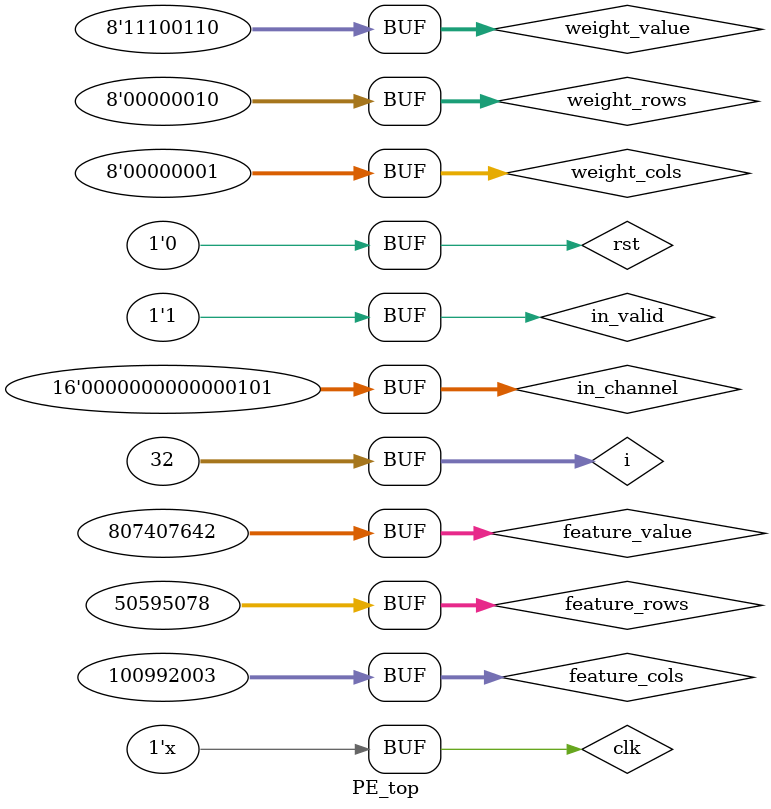
<source format=v>
`timescale 1ns/1ns
module PE_top();


parameter col_length = 8;
parameter word_length = 8;
parameter double_word_length = 16;
parameter kernel_size = 5;
parameter image_size = 28;


reg clk,rst,in_valid;
reg [double_word_length-1:0] in_channel;
wire out_valid;
//weight in
reg [col_length*1 -1:0]weight_cols;
reg [col_length*1 -1:0]weight_rows;
reg signed [word_length*1 -1:0]weight_value;

//pixel data
reg [double_word_length-1:0] feature_valid_num;
reg signed [col_length*4 -1:0]feature_cols;
reg signed [col_length*4 -1:0]feature_rows;
reg signed [word_length*4 -1:0]feature_value;


//iter
integer i,j,k;

initial begin
    #0      rst = 0;
            clk = 1;
    #10     rst = 1;
    #10     rst = 0;
    #100    in_valid = 1;

            for (i=0;i<32;i=i+1)begin
                weight_value = 8'b11100110;
                feature_value[word_length-1:0] = 8'b00011010; // + i+2 <<wordlength + i+3 <<wordlength*2 + i+4 <<wordlength*3);
                feature_value[word_length*2-1:word_length*1] = (i+2)<<4;
                feature_value[word_length*3-1:word_length*2] = (i+3)<<4;
                feature_value[word_length*4-1:word_length*3] = (i+4)<<4;
                in_channel = 'd5;
                weight_cols = 'd1;
                weight_rows = 'd2;

                feature_cols[col_length-1:0] = 3; 
                feature_cols[col_length*2-1:col_length*1] = 4;
                feature_cols[col_length*3-1:col_length*2] = 5;
                feature_cols[col_length*4-1:col_length*3] = 6;

                feature_rows[col_length-1:0] = 6; 
                feature_rows[col_length*2-1:col_length*1] = 5;
                feature_rows[col_length*3-1:col_length*2] = 4;
                feature_rows[col_length*4-1:col_length*3] = 3;
                #10;
            end
    #1000;
    
end




always #5 clk = ~clk;




PE_UNIT #(
    .col_length(col_length), 
    .word_length(word_length), 
    .double_word_length(double_word_length), 
    .kernel_size(kernel_size), 
    .image_size(image_size)
    ) pe( 
    .clk(clk), 
    .rst(rst), 
    .in_valid(in_valid),
    .in_channel(in_channel),
    .feature_valid_num(16'd49), 
    .feature_value(feature_value), 
    .feature_cols(feature_cols),
    .feature_rows(feature_rows), 
    .weight_valid_num(16'd12),
    .weight_value(weight_value), 
    .weight_cols(weight_cols),
    .weight_rows(weight_cols), 
    .out_valid(out_valid), 
    .data_out()
);







endmodule
</source>
